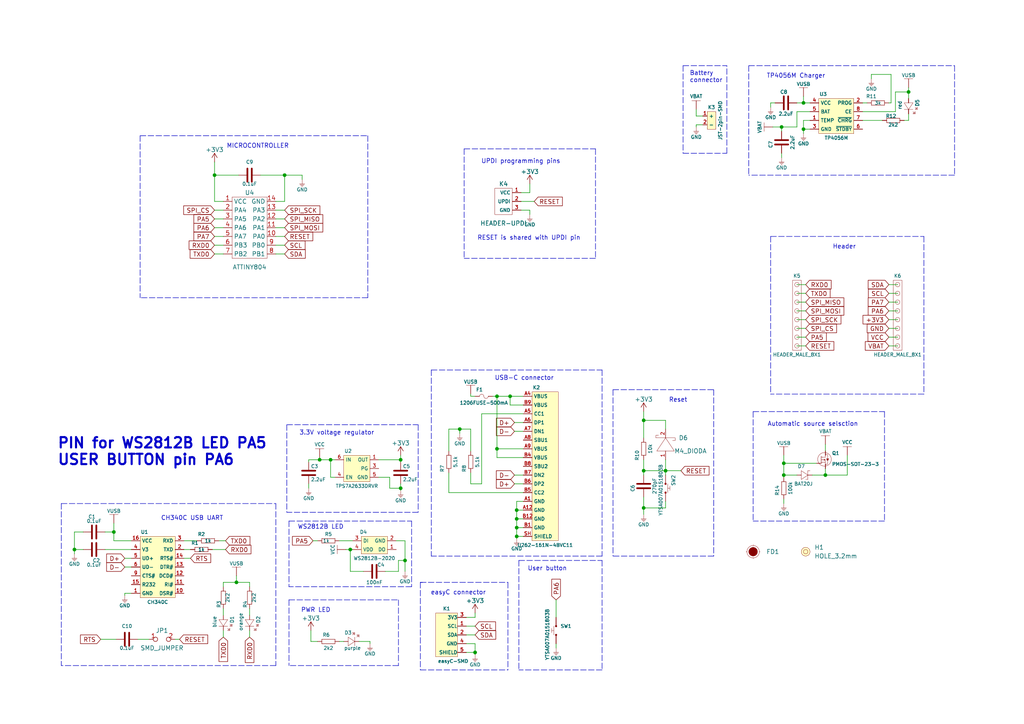
<source format=kicad_sch>
(kicad_sch (version 20210621) (generator eeschema)
  (paper "A4")
  (lib_symbols
    (symbol "e-radionica.com schematics:0402LED" (pin_numbers hide) (pin_names (offset 0.254) hide)
      (property "Reference" "D" (at -0.635 2.54 0))
      (property "Value" "0402LED" (at 0 -2.54 0))
      (symbol "0402LED_1_1"
        (pin passive line (at -1.905 0 0) (length 1.27) (name "A") (number "1"))
        (pin passive line (at 2.54 0 180) (length 1.27) (name "K") (number "2"))
      )
    )
    (symbol "e-radionica.com schematics:0402LED_1" (pin_numbers hide) (pin_names (offset 0.254) hide)
      (property "Reference" "D" (at -0.635 2.54 0))
      (property "Value" "0402LED" (at 0 -2.54 0))
      (symbol "0402LED_1_1_1"
        (pin passive line (at -1.905 0 0) (length 1.27) (name "A") (number "1"))
        (pin passive line (at 2.54 0 180) (length 1.27) (name "K") (number "2"))
      )
    )
    (symbol "e-radionica.com schematics:0402LED_3" (pin_numbers hide) (pin_names (offset 0.254) hide)
      (property "Reference" "D" (at -0.635 2.54 0))
      (property "Value" "0402LED" (at 0 -2.54 0))
      (symbol "0402LED_3_1_1"
        (pin passive line (at -1.905 0 0) (length 1.27) (name "A") (number "1"))
        (pin passive line (at 2.54 0 180) (length 1.27) (name "K") (number "2"))
      )
    )
    (symbol "e-radionica.com schematics:0402R" (pin_numbers hide) (pin_names (offset 0.254))
      (property "Reference" "R" (at -1.905 1.27 0))
      (property "Value" "0402R" (at 0 -1.27 0))
      (symbol "0402R_1_1"
        (pin passive line (at -3.175 0 0) (length 1.27) (name "~") (number "1"))
        (pin passive line (at 3.175 0 180) (length 1.27) (name "~") (number "2"))
      )
    )
    (symbol "e-radionica.com schematics:0402R_1" (pin_numbers hide) (pin_names (offset 0.254))
      (property "Reference" "R" (at -1.905 1.27 0))
      (property "Value" "0402R" (at 0 -1.27 0))
      (symbol "0402R_1_1_1"
        (pin passive line (at -3.175 0 0) (length 1.27) (name "~") (number "1"))
        (pin passive line (at 3.175 0 180) (length 1.27) (name "~") (number "2"))
      )
    )
    (symbol "e-radionica.com schematics:0402R_2" (pin_numbers hide) (pin_names (offset 0.254))
      (property "Reference" "R" (at -1.905 1.27 0))
      (property "Value" "0402R" (at 0 -1.27 0))
      (symbol "0402R_2_1_1"
        (pin passive line (at -3.175 0 0) (length 1.27) (name "~") (number "1"))
        (pin passive line (at 3.175 0 180) (length 1.27) (name "~") (number "2"))
      )
    )
    (symbol "e-radionica.com schematics:0603C" (pin_numbers hide) (pin_names (offset 0.002))
      (property "Reference" "C" (at -0.635 3.175 0))
      (property "Value" "0603C" (at 0 -3.175 0))
      (symbol "0603C_1_1"
        (pin passive line (at -3.175 0 0) (length 2.54) (name "~") (number "1"))
        (pin passive line (at 3.175 0 180) (length 2.54) (name "~") (number "2"))
      )
    )
    (symbol "e-radionica.com schematics:0603C_3" (pin_numbers hide) (pin_names (offset 0.002))
      (property "Reference" "C" (at -0.635 3.175 0))
      (property "Value" "0603C" (at 0 -3.175 0))
      (symbol "0603C_3_1_1"
        (pin passive line (at -3.175 0 0) (length 2.54) (name "~") (number "1"))
        (pin passive line (at 3.175 0 180) (length 2.54) (name "~") (number "2"))
      )
    )
    (symbol "e-radionica.com schematics:0603C_4" (pin_numbers hide) (pin_names (offset 0.002))
      (property "Reference" "C" (at -0.635 3.175 0))
      (property "Value" "0603C" (at 0 -3.175 0))
      (symbol "0603C_4_1_1"
        (pin passive line (at -3.175 0 0) (length 2.54) (name "~") (number "1"))
        (pin passive line (at 3.175 0 180) (length 2.54) (name "~") (number "2"))
      )
    )
    (symbol "e-radionica.com schematics:0603C_5" (pin_numbers hide) (pin_names (offset 0.002))
      (property "Reference" "C" (at -0.635 3.175 0))
      (property "Value" "0603C" (at 0 -3.175 0))
      (symbol "0603C_5_1_1"
        (pin passive line (at -3.175 0 0) (length 2.54) (name "~") (number "1"))
        (pin passive line (at 3.175 0 180) (length 2.54) (name "~") (number "2"))
      )
    )
    (symbol "e-radionica.com schematics:0603R" (pin_numbers hide) (pin_names (offset 0.254))
      (property "Reference" "R" (at -1.905 1.905 0))
      (property "Value" "0603R" (at 0 -1.905 0))
      (symbol "0603R_1_1"
        (pin passive line (at -3.175 0 0) (length 1.27) (name "~") (number "1"))
        (pin passive line (at 3.175 0 180) (length 1.27) (name "~") (number "2"))
      )
    )
    (symbol "e-radionica.com schematics:0603R_1" (pin_numbers hide) (pin_names (offset 0.254))
      (property "Reference" "R" (at -1.905 1.905 0))
      (property "Value" "0603R" (at 0 -1.905 0))
      (symbol "0603R_1_1_1"
        (pin passive line (at -3.175 0 0) (length 1.27) (name "~") (number "1"))
        (pin passive line (at 3.175 0 180) (length 1.27) (name "~") (number "2"))
      )
    )
    (symbol "e-radionica.com schematics:0603R_2" (pin_numbers hide) (pin_names (offset 0.254))
      (property "Reference" "R" (at -1.905 1.905 0))
      (property "Value" "0603R" (at 0 -1.905 0))
      (symbol "0603R_2_1_1"
        (pin passive line (at -3.175 0 0) (length 1.27) (name "~") (number "1"))
        (pin passive line (at 3.175 0 180) (length 1.27) (name "~") (number "2"))
      )
    )
    (symbol "e-radionica.com schematics:0603R_3" (pin_numbers hide) (pin_names (offset 0.254))
      (property "Reference" "R" (at -1.905 1.905 0))
      (property "Value" "0603R" (at 0 -1.905 0))
      (symbol "0603R_3_1_1"
        (pin passive line (at -3.175 0 0) (length 1.27) (name "~") (number "1"))
        (pin passive line (at 3.175 0 180) (length 1.27) (name "~") (number "2"))
      )
    )
    (symbol "e-radionica.com schematics:0603R_4" (pin_numbers hide) (pin_names (offset 0.254))
      (property "Reference" "R" (at -1.905 1.905 0))
      (property "Value" "0603R" (at 0 -1.905 0))
      (symbol "0603R_4_1_1"
        (pin passive line (at -3.175 0 0) (length 1.27) (name "~") (number "1"))
        (pin passive line (at 3.175 0 180) (length 1.27) (name "~") (number "2"))
      )
    )
    (symbol "e-radionica.com schematics:0603R_5" (pin_numbers hide) (pin_names (offset 0.254))
      (property "Reference" "R" (at -1.905 1.905 0))
      (property "Value" "0603R" (at 0 -1.905 0))
      (symbol "0603R_5_1_1"
        (pin passive line (at -3.175 0 0) (length 1.27) (name "~") (number "1"))
        (pin passive line (at 3.175 0 180) (length 1.27) (name "~") (number "2"))
      )
    )
    (symbol "e-radionica.com schematics:1206FUSE" (pin_numbers hide) (pin_names hide)
      (property "Reference" "F" (at -1.27 1.905 0))
      (property "Value" "1206FUSE" (at 0 -1.905 0))
      (symbol "1206FUSE_1_1"
        (pin passive line (at -2.54 0 0) (length 1.27) (name "~") (number "1"))
        (pin passive line (at 2.54 0 180) (length 1.27) (name "~") (number "2"))
      )
    )
    (symbol "e-radionica.com schematics:ATTINY1604-SSNR"
      (property "Reference" "U" (at 0 10.16 0))
      (property "Value" "ATTINY1604-SSNR" (at 0 -10.16 0))
      (symbol "ATTINY1604-SSNR_1_1"
        (pin passive line (at -7.62 7.62 0) (length 2.54) (name "VCC") (number "1"))
        (pin passive line (at 7.62 -2.54 180) (length 2.54) (name "PA0") (number "10"))
        (pin passive line (at 7.62 0 180) (length 2.54) (name "PA1") (number "11"))
        (pin passive line (at 7.62 2.54 180) (length 2.54) (name "PA2") (number "12"))
        (pin passive line (at 7.62 5.08 180) (length 2.54) (name "PA3") (number "13"))
        (pin passive line (at 7.62 7.62 180) (length 2.54) (name "GND") (number "14"))
        (pin passive line (at -7.62 5.08 0) (length 2.54) (name "PA4") (number "2"))
        (pin passive line (at -7.62 2.54 0) (length 2.54) (name "PA5") (number "3"))
        (pin passive line (at -7.62 0 0) (length 2.54) (name "PA6") (number "4"))
        (pin passive line (at -7.62 -2.54 0) (length 2.54) (name "PA7") (number "5"))
        (pin passive line (at -7.62 -5.08 0) (length 2.54) (name "PB3") (number "6"))
        (pin passive line (at -7.62 -7.62 0) (length 2.54) (name "PB2") (number "7"))
        (pin passive line (at 7.62 -7.62 180) (length 2.54) (name "PB1") (number "8"))
        (pin passive line (at 7.62 -5.08 180) (length 2.54) (name "PB0") (number "9"))
      )
    )
    (symbol "e-radionica.com schematics:BAT20J" (pin_numbers hide) (pin_names hide)
      (property "Reference" "D" (at 0 2.54 0))
      (property "Value" "BAT20J" (at 0 -2.54 0))
      (symbol "BAT20J_1_1"
        (pin passive line (at -1.905 0 0) (length 1.27) (name "A") (number "1"))
        (pin passive line (at 2.54 0 180) (length 1.27) (name "K") (number "2"))
      )
    )
    (symbol "e-radionica.com schematics:CH340C"
      (property "Reference" "U" (at -3.81 10.16 0))
      (property "Value" "CH340C" (at 0 -10.16 0))
      (symbol "CH340C_1_1"
        (pin passive line (at -7.62 -7.62 0) (length 2.54) (name "GND") (number "1"))
        (pin passive line (at 7.62 -7.62 180) (length 2.54) (name "DSR#") (number "10"))
        (pin passive line (at 7.62 -5.08 180) (length 2.54) (name "RI#") (number "11"))
        (pin passive line (at 7.62 -2.54 180) (length 2.54) (name "DCD#") (number "12"))
        (pin passive line (at 7.62 0 180) (length 2.54) (name "DTR#") (number "13"))
        (pin passive line (at 7.62 2.54 180) (length 2.54) (name "RTS#") (number "14"))
        (pin passive line (at -7.62 -5.08 0) (length 2.54) (name "R232") (number "15"))
        (pin passive line (at -7.62 7.62 0) (length 2.54) (name "VCC") (number "16"))
        (pin passive line (at 7.62 5.08 180) (length 2.54) (name "TXD") (number "2"))
        (pin passive line (at 7.62 7.62 180) (length 2.54) (name "RXD") (number "3"))
        (pin passive line (at -7.62 5.08 0) (length 2.54) (name "V3") (number "4"))
        (pin passive line (at -7.62 2.54 0) (length 2.54) (name "UD+") (number "5"))
        (pin passive line (at -7.62 0 0) (length 2.54) (name "UD-") (number "6"))
        (pin passive line (at -7.62 -2.54 0) (length 2.54) (name "CTS#") (number "9"))
      )
    )
    (symbol "e-radionica.com schematics:Fiducial_Stencil" (pin_numbers hide) (pin_names hide)
      (property "Reference" "FD?" (at 0 3.048 0))
    )
    (symbol "e-radionica.com schematics:GND" (power) (pin_names (offset 0))
      (property "Value" "GND" (at 0 -2.921 0))
      (symbol "GND_1_1"
        (pin power_in line (at 0 0 270) (length 0) hide (name "GND") (number "1"))
      )
    )
    (symbol "e-radionica.com schematics:GND_1" (power) (pin_names (offset 0))
      (property "Value" "GND" (at 0 -2.921 0))
      (symbol "GND_1_1_1"
        (pin power_in line (at 0 0 270) (length 0) hide (name "GND") (number "1"))
      )
    )
    (symbol "e-radionica.com schematics:GND_2" (power) (pin_names (offset 0))
      (property "Value" "GND" (at 0 -2.921 0))
      (symbol "GND_2_1_1"
        (pin power_in line (at 0 0 270) (length 0) hide (name "GND") (number "1"))
      )
    )
    (symbol "e-radionica.com schematics:GND_3" (power) (pin_names (offset 0))
      (property "Value" "GND" (at 0 -2.921 0))
      (symbol "GND_3_1_1"
        (pin power_in line (at 0 0 270) (length 0) hide (name "GND") (number "1"))
      )
    )
    (symbol "e-radionica.com schematics:GND_4" (power) (pin_names (offset 0))
      (property "Value" "GND" (at 0 -2.921 0))
      (symbol "GND_4_1_1"
        (pin power_in line (at 0 0 270) (length 0) hide (name "GND") (number "1"))
      )
    )
    (symbol "e-radionica.com schematics:GND_5" (power) (pin_names (offset 0))
      (property "Value" "GND" (at 0 -2.921 0))
      (symbol "GND_5_1_1"
        (pin power_in line (at 0 0 270) (length 0) hide (name "GND") (number "1"))
      )
    )
    (symbol "e-radionica.com schematics:GND_7" (power) (pin_names (offset 0))
      (property "Value" "GND" (at 0 -2.921 0))
      (symbol "GND_7_1_1"
        (pin power_in line (at 0 0 270) (length 0) hide (name "GND") (number "1"))
      )
    )
    (symbol "e-radionica.com schematics:GND_8" (power) (pin_names (offset 0))
      (property "Value" "GND" (at 0 -2.921 0))
      (symbol "GND_8_1_1"
        (pin power_in line (at 0 0 270) (length 0) hide (name "GND") (number "1"))
      )
    )
    (symbol "e-radionica.com schematics:HEADER-UPDI"
      (property "Reference" "K" (at -1.27 5.08 0))
      (property "Value" "HEADER-UPDI" (at 0 -5.08 0))
      (symbol "HEADER-UPDI_1_1"
        (pin power_in line (at 5.08 2.54 180) (length 2.54) (name "VCC") (number "1"))
        (pin bidirectional line (at 5.08 0 180) (length 2.54) (name "UPDI") (number "2"))
        (pin power_in line (at 5.08 -2.54 180) (length 2.54) (name "GND") (number "3"))
      )
    )
    (symbol "e-radionica.com schematics:HEADER_MALE_8X1" (pin_numbers hide) (pin_names hide)
      (property "Reference" "K" (at -0.635 12.7 0))
      (property "Value" "HEADER_MALE_8X1" (at 0.635 -10.16 0))
      (symbol "HEADER_MALE_8X1_1_1"
        (pin passive line (at 0 -7.62 180) (length 0) (name "~") (number "1"))
        (pin passive line (at 0 -5.08 180) (length 0) (name "~") (number "2"))
        (pin passive line (at 0 -2.54 180) (length 0) (name "~") (number "3"))
        (pin passive line (at 0 0 180) (length 0) (name "~") (number "4"))
        (pin passive line (at 0 2.54 180) (length 0) (name "~") (number "5"))
        (pin passive line (at 0 5.08 180) (length 0) (name "~") (number "6"))
        (pin passive line (at 0 7.62 180) (length 0) (name "~") (number "7"))
        (pin passive line (at 0 10.16 180) (length 0) (name "~") (number "8"))
      )
    )
    (symbol "e-radionica.com schematics:HOLE_3.2mm" (pin_numbers hide) (pin_names hide)
      (property "Reference" "H" (at 0 2.54 0))
      (property "Value" "HOLE_3.2mm" (at 0 -2.54 0))
    )
    (symbol "e-radionica.com schematics:JST-2pin-SMD"
      (property "Reference" "K" (at -1.27 5.08 0))
      (property "Value" "JST-2pin-SMD" (at 0 -2.54 0))
      (symbol "JST-2pin-SMD_1_1"
        (pin passive line (at 1.27 0 180) (length 1.27) (name "+") (number "1"))
        (pin passive line (at 1.27 2.54 180) (length 1.27) (name "-") (number "2"))
      )
    )
    (symbol "e-radionica.com schematics:M4_DIODA" (pin_names hide)
      (property "Reference" "D" (at 0 3.81 0))
      (property "Value" "M4_DIODA" (at 0 -4.572 0))
      (symbol "M4_DIODA_1_1"
        (pin passive line (at -5.08 0 0) (length 2.54) (name "A") (number "1"))
        (pin passive line (at 3.81 0 180) (length 2.54) (name "K") (number "2"))
      )
    )
    (symbol "e-radionica.com schematics:PMOS-SOT-23-3" (pin_numbers hide) (pin_names hide)
      (property "Reference" "Q" (at -0.762 3.302 0))
      (property "Value" "PMOS-SOT-23-3" (at 0.381 -4.064 0))
      (symbol "PMOS-SOT-23-3_1_1"
        (pin passive line (at -1.27 -1.016 0) (length 1.27) (name "G") (number "1"))
        (pin passive line (at 1.27 -2.54 90) (length 1.27) (name "S") (number "2"))
        (pin passive line (at 1.27 2.54 270) (length 1.27) (name "D") (number "3"))
      )
    )
    (symbol "e-radionica.com schematics:SMD_JUMPER"
      (property "Reference" "JP" (at 0 1.397 0))
      (property "Value" "SMD_JUMPER" (at 0.508 -3.048 0))
      (symbol "SMD_JUMPER_1_1"
        (pin passive inverted (at -3.81 0 0) (length 2.54) (name "") (number "1"))
        (pin passive inverted (at 3.81 0 180) (length 2.54) (name "") (number "2"))
      )
    )
    (symbol "e-radionica.com schematics:TP4056M"
      (property "Reference" "U" (at -3.81 5.08 0))
      (property "Value" "TP4056M" (at 0 -7.62 0))
      (symbol "TP4056M_1_1"
        (pin passive line (at -7.62 -2.54 0) (length 2.54) (name "TEMP") (number "1"))
        (pin passive line (at 7.62 2.54 180) (length 2.54) (name "PROG") (number "2"))
        (pin passive line (at -7.62 -5.08 0) (length 2.54) (name "GND") (number "3"))
        (pin passive line (at -7.62 2.54 0) (length 2.54) (name "VCC") (number "4"))
        (pin passive line (at -7.62 0 0) (length 2.54) (name "BAT") (number "5"))
        (pin passive line (at 7.62 -5.08 180) (length 2.54) (name "~{STDBY}") (number "6"))
        (pin passive line (at 7.62 -2.54 180) (length 2.54) (name "~{CHRG}") (number "7"))
        (pin passive line (at 7.62 0 180) (length 2.54) (name "CE") (number "8"))
      )
    )
    (symbol "e-radionica.com schematics:TPS7A2633DRVR"
      (property "Reference" "U" (at -3.175 5.08 0))
      (property "Value" "TPS7A2633DRVR" (at 0 -5.08 0))
      (symbol "TPS7A2633DRVR_1_1"
        (pin passive line (at 6.35 2.54 180) (length 2.54) (name "OUT") (number "1"))
        (pin passive line (at 6.35 0 180) (length 2.54) (name "PG") (number "3"))
        (pin passive line (at -6.35 -2.54 0) (length 2.54) (name "EN") (number "4"))
        (pin passive line (at 6.35 -2.54 180) (length 2.54) (name "GND") (number "5"))
        (pin passive line (at -6.35 2.54 0) (length 2.54) (name "IN") (number "6"))
      )
    )
    (symbol "e-radionica.com schematics:U262-161N-4BVC11"
      (property "Reference" "K" (at 0 22.86 0))
      (property "Value" "U262-161N-4BVC11" (at 2.54 -22.86 0))
      (symbol "U262-161N-4BVC11_1_1"
        (pin passive line (at -3.81 -10.16 0) (length 2.54) (name "GND") (number "A1"))
        (pin passive line (at -3.81 -12.7 0) (length 2.54) (name "GND") (number "A12"))
        (pin passive line (at -3.81 20.32 0) (length 2.54) (name "VBUS") (number "A4"))
        (pin passive line (at -3.81 15.24 0) (length 2.54) (name "CC1") (number "A5"))
        (pin passive line (at -3.81 12.7 0) (length 2.54) (name "DP1") (number "A6"))
        (pin passive line (at -3.81 10.16 0) (length 2.54) (name "DN1") (number "A7"))
        (pin passive line (at -3.81 7.62 0) (length 2.54) (name "SBU1") (number "A8"))
        (pin passive line (at -3.81 5.08 0) (length 2.54) (name "VBUS") (number "A9"))
        (pin passive line (at -3.81 -17.78 0) (length 2.54) (name "GND") (number "B1"))
        (pin passive line (at -3.81 -15.24 0) (length 2.54) (name "GND") (number "B12"))
        (pin passive line (at -3.81 2.54 0) (length 2.54) (name "VBUS") (number "B4"))
        (pin passive line (at -3.81 -7.62 0) (length 2.54) (name "CC2") (number "B5"))
        (pin passive line (at -3.81 -5.08 0) (length 2.54) (name "DP2") (number "B6"))
        (pin passive line (at -3.81 -2.54 0) (length 2.54) (name "DN2") (number "B7"))
        (pin passive line (at -3.81 0 0) (length 2.54) (name "SBU2") (number "B8"))
        (pin passive line (at -3.81 17.78 0) (length 2.54) (name "VBUS") (number "B9"))
        (pin passive line (at -3.81 -20.32 0) (length 2.54) (name "SHIELD") (number "SH"))
      )
    )
    (symbol "e-radionica.com schematics:VBAT" (power) (pin_names (offset 0))
      (property "Value" "VBAT" (at 0 3.556 0))
      (symbol "VBAT_1_1"
        (pin power_in line (at 0 0 90) (length 0) hide (name "VBAT") (number "1"))
      )
    )
    (symbol "e-radionica.com schematics:VCC" (power) (pin_names (offset 0))
      (property "Value" "VCC" (at 0 3.556 0))
      (symbol "VCC_1_1"
        (pin power_in line (at 0 0 90) (length 0) hide (name "VCC") (number "1"))
      )
    )
    (symbol "e-radionica.com schematics:VUSB" (power) (pin_names (offset 0))
      (property "Value" "VUSB" (at 0 3.556 0))
      (symbol "VUSB_1_1"
        (pin power_in line (at 0 0 90) (length 0) hide (name "VUSB") (number "1"))
      )
    )
    (symbol "e-radionica.com schematics:VUSB_1" (power) (pin_names (offset 0))
      (property "Value" "VUSB" (at 0 3.556 0))
      (symbol "VUSB_1_1_1"
        (pin power_in line (at 0 0 90) (length 0) hide (name "VUSB") (number "1"))
      )
    )
    (symbol "e-radionica.com schematics:VUSB_2" (power) (pin_names (offset 0))
      (property "Value" "VUSB" (at 0 3.556 0))
      (symbol "VUSB_2_1_1"
        (pin power_in line (at 0 0 90) (length 0) hide (name "VUSB") (number "1"))
      )
    )
    (symbol "e-radionica.com schematics:VUSB_3" (power) (pin_names (offset 0))
      (property "Value" "VUSB" (at 0 3.556 0))
      (symbol "VUSB_3_1_1"
        (pin power_in line (at 0 0 90) (length 0) hide (name "VUSB") (number "1"))
      )
    )
    (symbol "e-radionica.com schematics:VUSB_4" (power) (pin_names (offset 0))
      (property "Value" "VUSB" (at 0 3.556 0))
      (symbol "VUSB_4_1_1"
        (pin power_in line (at 0 0 90) (length 0) hide (name "VUSB") (number "1"))
      )
    )
    (symbol "e-radionica.com schematics:WS2812B-2020"
      (property "Reference" "D" (at -2.54 3.81 0))
      (property "Value" "WS2812B-2020" (at 0 -3.81 0))
      (symbol "WS2812B-2020_1_1"
        (pin passive line (at 6.35 -1.27 180) (length 2.54) (name "DO") (number "1"))
        (pin passive line (at 6.35 1.27 180) (length 2.54) (name "GND") (number "2"))
        (pin passive line (at -6.35 1.27 0) (length 2.54) (name "DI") (number "3"))
        (pin passive line (at -6.35 -1.27 0) (length 2.54) (name "VDD") (number "4"))
      )
    )
    (symbol "e-radionica.com schematics:YTSA007A0151803B" (pin_numbers hide) (pin_names hide)
      (property "Reference" "SW" (at -1.016 2.286 0))
      (property "Value" "YTSA007A0151803B" (at 1.778 -2.032 0))
      (symbol "YTSA007A0151803B_1_1"
        (pin passive line (at -2.54 0 0) (length 2.54) (name "~") (number "1"))
        (pin passive line (at 5.08 0 180) (length 2.54) (name "~") (number "2"))
      )
    )
    (symbol "e-radionica.com schematics:easyC-SMD" (pin_names (offset 0.002))
      (property "Reference" "K" (at -2.54 10.16 0))
      (property "Value" "easyC-SMD" (at 0 -5.08 0))
      (symbol "easyC-SMD_1_1"
        (pin passive line (at 5.715 5.08 180) (length 2.54) (name "SCL") (number "1"))
        (pin passive line (at 5.715 2.54 180) (length 2.54) (name "SDA") (number "2"))
        (pin passive line (at 5.715 7.62 180) (length 2.54) (name "3V3") (number "3"))
        (pin passive line (at 5.715 0 180) (length 2.54) (name "GND") (number "4"))
        (pin passive line (at 5.715 -2.54 180) (length 2.54) (name "SHIELD") (number "5"))
      )
    )
    (symbol "power:+3V3" (power) (pin_names (offset 0))
      (property "Value" "+3V3" (at 0 3.556 0))
      (symbol "+3V3_1_1"
        (pin power_in line (at 0 0 90) (length 0) hide (name "+3V3") (number "1"))
      )
    )
  )
  (junction (at 21.59 159.385) (diameter 0.9144))
  (junction (at 33.02 154.305) (diameter 0.9144))
  (junction (at 62.23 50.8) (diameter 0.9144))
  (junction (at 68.58 168.91) (diameter 0.9144))
  (junction (at 82.55 50.8) (diameter 0.9144))
  (junction (at 92.71 133.35) (diameter 0.9144))
  (junction (at 95.885 133.35) (diameter 0.9144))
  (junction (at 101.6 159.385) (diameter 0.9144))
  (junction (at 116.205 133.35) (diameter 0.9144))
  (junction (at 116.205 141.605) (diameter 0.9144))
  (junction (at 117.475 162.56) (diameter 0.9144))
  (junction (at 133.35 124.46) (diameter 0.9144))
  (junction (at 137.795 189.23) (diameter 0.9144))
  (junction (at 144.145 114.935) (diameter 0.9144))
  (junction (at 144.145 130.175) (diameter 0.9144))
  (junction (at 147.955 114.935) (diameter 0.9144))
  (junction (at 149.86 147.955) (diameter 0.9144))
  (junction (at 149.86 150.495) (diameter 0.9144))
  (junction (at 149.86 153.035) (diameter 0.9144))
  (junction (at 149.86 155.575) (diameter 0.9144))
  (junction (at 186.69 121.92) (diameter 0.9144))
  (junction (at 186.69 136.525) (diameter 0.9144))
  (junction (at 186.69 147.32) (diameter 0.9144))
  (junction (at 193.04 136.525) (diameter 0.9144))
  (junction (at 226.695 36.83) (diameter 0.9144))
  (junction (at 227.33 134.366) (diameter 0.9144))
  (junction (at 227.33 137.795) (diameter 0.9144))
  (junction (at 233.045 29.845) (diameter 0.9144))
  (junction (at 233.045 37.465) (diameter 0.9144))
  (junction (at 239.395 137.795) (diameter 0.9144))
  (junction (at 263.525 26.67) (diameter 0.9144))
  (wire (pts (xy 21.59 154.305) (xy 21.59 159.385)))
  (wire (pts (xy 21.59 159.385) (xy 21.59 160.655)))
  (wire (pts (xy 24.13 154.305) (xy 21.59 154.305)))
  (wire (pts (xy 24.13 159.385) (xy 21.59 159.385)))
  (wire (pts (xy 29.21 185.42) (xy 33.655 185.42)))
  (wire (pts (xy 30.48 154.305) (xy 33.02 154.305)))
  (wire (pts (xy 30.48 159.385) (xy 38.1 159.385)))
  (wire (pts (xy 33.02 154.305) (xy 33.02 151.765)))
  (wire (pts (xy 33.02 156.845) (xy 33.02 154.305)))
  (wire (pts (xy 36.195 161.925) (xy 38.1 161.925)))
  (wire (pts (xy 36.195 164.465) (xy 38.1 164.465)))
  (wire (pts (xy 36.195 172.085) (xy 36.195 172.72)))
  (wire (pts (xy 38.1 156.845) (xy 33.02 156.845)))
  (wire (pts (xy 38.1 172.085) (xy 36.195 172.085)))
  (wire (pts (xy 40.005 185.42) (xy 43.18 185.42)))
  (wire (pts (xy 50.8 185.42) (xy 52.07 185.42)))
  (wire (pts (xy 53.34 156.845) (xy 57.15 156.845)))
  (wire (pts (xy 53.34 159.385) (xy 55.245 159.385)))
  (wire (pts (xy 53.34 161.925) (xy 55.245 161.925)))
  (wire (pts (xy 61.595 159.385) (xy 65.405 159.385)))
  (wire (pts (xy 62.23 46.99) (xy 62.23 50.8)))
  (wire (pts (xy 62.23 50.8) (xy 62.23 58.42)))
  (wire (pts (xy 62.23 50.8) (xy 69.215 50.8)))
  (wire (pts (xy 62.23 58.42) (xy 64.77 58.42)))
  (wire (pts (xy 62.23 60.96) (xy 64.77 60.96)))
  (wire (pts (xy 62.23 63.5) (xy 64.77 63.5)))
  (wire (pts (xy 62.23 66.04) (xy 64.77 66.04)))
  (wire (pts (xy 62.23 68.58) (xy 64.77 68.58)))
  (wire (pts (xy 62.23 71.12) (xy 64.77 71.12)))
  (wire (pts (xy 62.23 73.66) (xy 64.77 73.66)))
  (wire (pts (xy 63.5 156.845) (xy 65.405 156.845)))
  (wire (pts (xy 64.77 168.91) (xy 68.58 168.91)))
  (wire (pts (xy 64.77 170.18) (xy 64.77 168.91)))
  (wire (pts (xy 64.77 176.53) (xy 64.77 178.435)))
  (wire (pts (xy 64.77 182.88) (xy 64.77 184.785)))
  (wire (pts (xy 68.58 167.005) (xy 68.58 168.91)))
  (wire (pts (xy 72.39 168.91) (xy 68.58 168.91)))
  (wire (pts (xy 72.39 170.18) (xy 72.39 168.91)))
  (wire (pts (xy 72.39 176.53) (xy 72.39 178.435)))
  (wire (pts (xy 72.39 182.88) (xy 72.39 184.785)))
  (wire (pts (xy 75.565 50.8) (xy 82.55 50.8)))
  (wire (pts (xy 80.01 60.96) (xy 82.55 60.96)))
  (wire (pts (xy 80.01 63.5) (xy 82.55 63.5)))
  (wire (pts (xy 80.01 66.04) (xy 82.55 66.04)))
  (wire (pts (xy 80.01 68.58) (xy 82.55 68.58)))
  (wire (pts (xy 80.01 71.12) (xy 82.55 71.12)))
  (wire (pts (xy 80.01 73.66) (xy 82.55 73.66)))
  (wire (pts (xy 82.55 50.8) (xy 87.63 50.8)))
  (wire (pts (xy 82.55 58.42) (xy 80.01 58.42)))
  (wire (pts (xy 82.55 58.42) (xy 82.55 50.8)))
  (wire (pts (xy 87.63 50.8) (xy 87.63 52.07)))
  (wire (pts (xy 89.535 133.35) (xy 92.71 133.35)))
  (wire (pts (xy 89.535 133.985) (xy 89.535 133.35)))
  (wire (pts (xy 89.535 140.335) (xy 89.535 141.605)))
  (wire (pts (xy 90.17 186.055) (xy 90.17 182.88)))
  (wire (pts (xy 90.805 156.845) (xy 92.075 156.845)))
  (wire (pts (xy 92.075 186.055) (xy 90.17 186.055)))
  (wire (pts (xy 92.71 133.35) (xy 92.71 132.715)))
  (wire (pts (xy 95.885 133.35) (xy 92.71 133.35)))
  (wire (pts (xy 95.885 138.43) (xy 95.885 133.35)))
  (wire (pts (xy 97.155 133.35) (xy 95.885 133.35)))
  (wire (pts (xy 97.155 138.43) (xy 95.885 138.43)))
  (wire (pts (xy 98.425 156.845) (xy 102.235 156.845)))
  (wire (pts (xy 98.425 186.055) (xy 99.695 186.055)))
  (wire (pts (xy 100.33 159.385) (xy 101.6 159.385)))
  (wire (pts (xy 101.6 159.385) (xy 102.235 159.385)))
  (wire (pts (xy 101.6 165.735) (xy 101.6 159.385)))
  (wire (pts (xy 104.14 186.055) (xy 107.315 186.055)))
  (wire (pts (xy 105.41 165.735) (xy 101.6 165.735)))
  (wire (pts (xy 107.315 186.055) (xy 107.315 186.69)))
  (wire (pts (xy 109.855 133.35) (xy 116.205 133.35)))
  (wire (pts (xy 109.855 138.43) (xy 113.03 138.43)))
  (wire (pts (xy 111.76 165.735) (xy 115.57 165.735)))
  (wire (pts (xy 113.03 138.43) (xy 113.03 141.605)))
  (wire (pts (xy 113.03 141.605) (xy 116.205 141.605)))
  (wire (pts (xy 114.935 156.845) (xy 117.475 156.845)))
  (wire (pts (xy 115.57 162.56) (xy 117.475 162.56)))
  (wire (pts (xy 115.57 165.735) (xy 115.57 162.56)))
  (wire (pts (xy 116.205 132.08) (xy 116.205 133.35)))
  (wire (pts (xy 116.205 133.35) (xy 116.205 133.985)))
  (wire (pts (xy 116.205 140.335) (xy 116.205 141.605)))
  (wire (pts (xy 116.205 141.605) (xy 116.205 142.24)))
  (wire (pts (xy 117.475 156.845) (xy 117.475 162.56)))
  (wire (pts (xy 117.475 162.56) (xy 117.475 165.735)))
  (wire (pts (xy 130.175 124.46) (xy 130.175 130.81)))
  (wire (pts (xy 130.175 124.46) (xy 133.35 124.46)))
  (wire (pts (xy 130.175 137.16) (xy 130.175 142.875)))
  (wire (pts (xy 133.35 124.46) (xy 133.35 125.73)))
  (wire (pts (xy 133.35 124.46) (xy 136.525 124.46)))
  (wire (pts (xy 135.255 179.07) (xy 137.795 179.07)))
  (wire (pts (xy 135.255 181.61) (xy 137.795 181.61)))
  (wire (pts (xy 135.255 184.15) (xy 137.795 184.15)))
  (wire (pts (xy 135.255 186.69) (xy 137.795 186.69)))
  (wire (pts (xy 135.255 189.23) (xy 137.795 189.23)))
  (wire (pts (xy 136.525 114.935) (xy 136.525 114.3)))
  (wire (pts (xy 136.525 124.46) (xy 136.525 130.81)))
  (wire (pts (xy 136.525 137.16) (xy 136.525 140.335)))
  (wire (pts (xy 136.525 140.335) (xy 139.7 140.335)))
  (wire (pts (xy 137.795 114.935) (xy 136.525 114.935)))
  (wire (pts (xy 137.795 179.07) (xy 137.795 177.8)))
  (wire (pts (xy 137.795 186.69) (xy 137.795 189.23)))
  (wire (pts (xy 137.795 189.23) (xy 137.795 189.865)))
  (wire (pts (xy 139.7 120.015) (xy 151.765 120.015)))
  (wire (pts (xy 139.7 140.335) (xy 139.7 120.015)))
  (wire (pts (xy 142.875 114.935) (xy 144.145 114.935)))
  (wire (pts (xy 144.145 114.935) (xy 147.955 114.935)))
  (wire (pts (xy 144.145 130.175) (xy 144.145 114.935)))
  (wire (pts (xy 144.145 130.175) (xy 144.145 132.715)))
  (wire (pts (xy 144.145 130.175) (xy 151.765 130.175)))
  (wire (pts (xy 147.955 114.935) (xy 151.765 114.935)))
  (wire (pts (xy 147.955 117.475) (xy 147.955 114.935)))
  (wire (pts (xy 149.225 122.555) (xy 151.765 122.555)))
  (wire (pts (xy 149.225 125.095) (xy 151.765 125.095)))
  (wire (pts (xy 149.225 137.795) (xy 151.765 137.795)))
  (wire (pts (xy 149.225 140.335) (xy 151.765 140.335)))
  (wire (pts (xy 149.86 145.415) (xy 149.86 147.955)))
  (wire (pts (xy 149.86 147.955) (xy 149.86 150.495)))
  (wire (pts (xy 149.86 147.955) (xy 151.765 147.955)))
  (wire (pts (xy 149.86 150.495) (xy 149.86 153.035)))
  (wire (pts (xy 149.86 150.495) (xy 151.765 150.495)))
  (wire (pts (xy 149.86 153.035) (xy 149.86 155.575)))
  (wire (pts (xy 149.86 153.035) (xy 151.765 153.035)))
  (wire (pts (xy 149.86 155.575) (xy 149.86 156.21)))
  (wire (pts (xy 151.13 55.88) (xy 153.67 55.88)))
  (wire (pts (xy 151.13 58.42) (xy 154.94 58.42)))
  (wire (pts (xy 151.13 60.96) (xy 153.67 60.96)))
  (wire (pts (xy 151.765 117.475) (xy 147.955 117.475)))
  (wire (pts (xy 151.765 132.715) (xy 144.145 132.715)))
  (wire (pts (xy 151.765 142.875) (xy 130.175 142.875)))
  (wire (pts (xy 151.765 145.415) (xy 149.86 145.415)))
  (wire (pts (xy 151.765 155.575) (xy 149.86 155.575)))
  (wire (pts (xy 153.67 55.88) (xy 153.67 53.34)))
  (wire (pts (xy 153.67 60.96) (xy 153.67 62.23)))
  (wire (pts (xy 161.29 173.99) (xy 161.29 179.07)))
  (wire (pts (xy 161.29 186.69) (xy 161.29 187.96)))
  (wire (pts (xy 186.69 119.38) (xy 186.69 121.92)))
  (wire (pts (xy 186.69 121.92) (xy 186.69 127)))
  (wire (pts (xy 186.69 133.35) (xy 186.69 136.525)))
  (wire (pts (xy 186.69 136.525) (xy 186.69 137.795)))
  (wire (pts (xy 186.69 136.525) (xy 193.04 136.525)))
  (wire (pts (xy 186.69 144.145) (xy 186.69 147.32)))
  (wire (pts (xy 186.69 147.32) (xy 186.69 149.225)))
  (wire (pts (xy 186.69 147.32) (xy 193.04 147.32)))
  (wire (pts (xy 193.04 121.92) (xy 186.69 121.92)))
  (wire (pts (xy 193.04 124.46) (xy 193.04 121.92)))
  (wire (pts (xy 193.04 133.35) (xy 193.04 136.525)))
  (wire (pts (xy 193.04 136.525) (xy 193.04 137.795)))
  (wire (pts (xy 193.04 136.525) (xy 197.485 136.525)))
  (wire (pts (xy 193.04 145.415) (xy 193.04 147.32)))
  (wire (pts (xy 201.93 33.655) (xy 201.93 31.75)))
  (wire (pts (xy 201.93 36.195) (xy 201.93 36.83)))
  (wire (pts (xy 203.835 33.655) (xy 201.93 33.655)))
  (wire (pts (xy 203.835 36.195) (xy 201.93 36.195)))
  (wire (pts (xy 223.52 29.845) (xy 223.52 31.115)))
  (wire (pts (xy 224.155 36.83) (xy 226.695 36.83)))
  (wire (pts (xy 224.79 29.845) (xy 223.52 29.845)))
  (wire (pts (xy 226.695 36.83) (xy 226.695 38.1)))
  (wire (pts (xy 226.695 36.83) (xy 231.14 36.83)))
  (wire (pts (xy 226.695 44.45) (xy 226.695 45.72)))
  (wire (pts (xy 227.33 132.08) (xy 227.33 134.366)))
  (wire (pts (xy 227.33 134.366) (xy 227.33 137.795)))
  (wire (pts (xy 227.33 134.366) (xy 236.855 134.366)))
  (wire (pts (xy 227.33 137.795) (xy 227.33 138.43)))
  (wire (pts (xy 227.33 137.795) (xy 231.14 137.795)))
  (wire (pts (xy 227.33 144.78) (xy 227.33 146.05)))
  (wire (pts (xy 231.14 29.845) (xy 233.045 29.845)))
  (wire (pts (xy 231.14 32.385) (xy 231.14 36.83)))
  (wire (pts (xy 231.14 82.55) (xy 233.68 82.55)))
  (wire (pts (xy 231.14 85.09) (xy 233.68 85.09)))
  (wire (pts (xy 231.14 87.63) (xy 233.68 87.63)))
  (wire (pts (xy 231.14 90.17) (xy 233.68 90.17)))
  (wire (pts (xy 231.14 92.71) (xy 233.68 92.71)))
  (wire (pts (xy 231.14 95.25) (xy 233.68 95.25)))
  (wire (pts (xy 231.14 97.79) (xy 233.68 97.79)))
  (wire (pts (xy 231.14 100.33) (xy 233.68 100.33)))
  (wire (pts (xy 233.045 29.845) (xy 233.045 27.94)))
  (wire (pts (xy 233.045 34.925) (xy 233.045 37.465)))
  (wire (pts (xy 233.045 37.465) (xy 233.045 38.735)))
  (wire (pts (xy 234.95 29.845) (xy 233.045 29.845)))
  (wire (pts (xy 234.95 32.385) (xy 231.14 32.385)))
  (wire (pts (xy 234.95 34.925) (xy 233.045 34.925)))
  (wire (pts (xy 234.95 37.465) (xy 233.045 37.465)))
  (wire (pts (xy 235.585 137.795) (xy 239.395 137.795)))
  (wire (pts (xy 239.395 128.905) (xy 239.395 130.81)))
  (wire (pts (xy 239.395 137.795) (xy 239.395 135.89)))
  (wire (pts (xy 239.395 137.795) (xy 245.745 137.795)))
  (wire (pts (xy 245.745 132.08) (xy 245.745 137.795)))
  (wire (pts (xy 250.19 29.845) (xy 251.46 29.845)))
  (wire (pts (xy 250.19 32.385) (xy 259.715 32.385)))
  (wire (pts (xy 250.19 34.925) (xy 255.905 34.925)))
  (wire (pts (xy 252.73 21.59) (xy 252.73 22.86)))
  (wire (pts (xy 257.81 29.845) (xy 258.445 29.845)))
  (wire (pts (xy 257.81 82.55) (xy 260.35 82.55)))
  (wire (pts (xy 257.81 85.09) (xy 260.35 85.09)))
  (wire (pts (xy 257.81 87.63) (xy 260.35 87.63)))
  (wire (pts (xy 257.81 90.17) (xy 260.35 90.17)))
  (wire (pts (xy 257.81 92.71) (xy 260.35 92.71)))
  (wire (pts (xy 257.81 95.25) (xy 260.35 95.25)))
  (wire (pts (xy 257.81 97.79) (xy 260.35 97.79)))
  (wire (pts (xy 257.81 100.33) (xy 260.35 100.33)))
  (wire (pts (xy 258.445 21.59) (xy 252.73 21.59)))
  (wire (pts (xy 258.445 29.845) (xy 258.445 21.59)))
  (wire (pts (xy 259.715 26.67) (xy 263.525 26.67)))
  (wire (pts (xy 259.715 32.385) (xy 259.715 26.67)))
  (wire (pts (xy 262.255 34.925) (xy 263.525 34.925)))
  (wire (pts (xy 263.525 25.4) (xy 263.525 26.67)))
  (wire (pts (xy 263.525 26.67) (xy 263.525 28.575)))
  (wire (pts (xy 263.525 34.925) (xy 263.525 33.02)))
  (polyline (pts (xy 17.78 146.05) (xy 17.78 193.04)) (stroke (width 0) (type dash)))
  (polyline (pts (xy 17.78 146.05) (xy 80.01 146.05)) (stroke (width 0) (type dash)))
  (polyline (pts (xy 40.64 39.37) (xy 40.64 86.36)) (stroke (width 0) (type dash)))
  (polyline (pts (xy 40.64 39.37) (xy 106.68 39.37)) (stroke (width 0) (type dash)))
  (polyline (pts (xy 80.01 146.05) (xy 80.01 193.04)) (stroke (width 0) (type dash)))
  (polyline (pts (xy 80.01 193.04) (xy 17.78 193.04)) (stroke (width 0) (type dash)))
  (polyline (pts (xy 83.185 123.19) (xy 83.185 148.59)) (stroke (width 0) (type dash)))
  (polyline (pts (xy 83.185 123.19) (xy 121.285 123.19)) (stroke (width 0) (type dash)))
  (polyline (pts (xy 83.82 151.13) (xy 83.82 170.18)) (stroke (width 0) (type dash)))
  (polyline (pts (xy 83.82 151.13) (xy 119.38 151.13)) (stroke (width 0) (type dash)))
  (polyline (pts (xy 83.82 173.99) (xy 83.82 193.04)) (stroke (width 0) (type dash)))
  (polyline (pts (xy 83.82 173.99) (xy 115.57 173.99)) (stroke (width 0) (type dash)))
  (polyline (pts (xy 106.68 39.37) (xy 106.68 86.36)) (stroke (width 0) (type dash)))
  (polyline (pts (xy 106.68 86.36) (xy 40.64 86.36)) (stroke (width 0) (type dash)))
  (polyline (pts (xy 115.57 173.99) (xy 115.57 193.04)) (stroke (width 0) (type dash)))
  (polyline (pts (xy 115.57 193.04) (xy 83.82 193.04)) (stroke (width 0) (type dash)))
  (polyline (pts (xy 119.38 151.13) (xy 119.38 170.18)) (stroke (width 0) (type dash)))
  (polyline (pts (xy 119.38 170.18) (xy 83.82 170.18)) (stroke (width 0) (type dash)))
  (polyline (pts (xy 121.285 123.19) (xy 121.285 148.59)) (stroke (width 0) (type dash)))
  (polyline (pts (xy 121.285 148.59) (xy 83.185 148.59)) (stroke (width 0) (type dash)))
  (polyline (pts (xy 121.92 168.91) (xy 121.92 194.31)) (stroke (width 0) (type dash)))
  (polyline (pts (xy 121.92 168.91) (xy 147.32 168.91)) (stroke (width 0) (type dash)))
  (polyline (pts (xy 121.92 194.31) (xy 147.32 194.31)) (stroke (width 0) (type dash)))
  (polyline (pts (xy 122.555 168.91) (xy 121.92 168.91)) (stroke (width 0) (type dash)))
  (polyline (pts (xy 125.095 107.315) (xy 125.095 161.29)) (stroke (width 0) (type dash)))
  (polyline (pts (xy 125.095 107.315) (xy 174.625 107.315)) (stroke (width 0) (type dash)))
  (polyline (pts (xy 134.62 43.18) (xy 134.62 74.93)) (stroke (width 0) (type dash)))
  (polyline (pts (xy 134.62 43.18) (xy 172.72 43.18)) (stroke (width 0) (type dash)))
  (polyline (pts (xy 147.32 168.91) (xy 147.32 194.31)) (stroke (width 0) (type dash)))
  (polyline (pts (xy 150.495 162.56) (xy 150.495 194.31)) (stroke (width 0) (type dash)))
  (polyline (pts (xy 150.495 162.56) (xy 174.625 162.56)) (stroke (width 0) (type dash)))
  (polyline (pts (xy 172.72 43.18) (xy 172.72 74.93)) (stroke (width 0) (type dash)))
  (polyline (pts (xy 172.72 74.93) (xy 134.62 74.93)) (stroke (width 0) (type dash)))
  (polyline (pts (xy 174.625 107.315) (xy 174.625 161.29)) (stroke (width 0) (type dash)))
  (polyline (pts (xy 174.625 161.29) (xy 125.095 161.29)) (stroke (width 0) (type dash)))
  (polyline (pts (xy 174.625 162.56) (xy 174.625 194.31)) (stroke (width 0) (type dash)))
  (polyline (pts (xy 174.625 194.31) (xy 150.495 194.31)) (stroke (width 0) (type dash)))
  (polyline (pts (xy 177.8 113.03) (xy 177.8 161.29)) (stroke (width 0) (type dash)))
  (polyline (pts (xy 177.8 113.03) (xy 207.01 113.03)) (stroke (width 0) (type dash)))
  (polyline (pts (xy 198.12 19.05) (xy 198.12 44.45)) (stroke (width 0) (type dash)))
  (polyline (pts (xy 198.12 19.05) (xy 210.82 19.05)) (stroke (width 0) (type dash)))
  (polyline (pts (xy 198.12 44.45) (xy 210.82 44.45)) (stroke (width 0) (type dash)))
  (polyline (pts (xy 207.01 113.03) (xy 207.01 161.29)) (stroke (width 0) (type dash)))
  (polyline (pts (xy 207.01 161.29) (xy 177.8 161.29)) (stroke (width 0) (type dash)))
  (polyline (pts (xy 210.82 44.45) (xy 210.82 19.05)) (stroke (width 0) (type dash)))
  (polyline (pts (xy 217.17 19.05) (xy 217.17 50.8)) (stroke (width 0) (type dash)))
  (polyline (pts (xy 217.17 19.05) (xy 276.86 19.05)) (stroke (width 0) (type dash)))
  (polyline (pts (xy 218.44 119.38) (xy 218.44 151.13)) (stroke (width 0) (type dash)))
  (polyline (pts (xy 218.44 119.38) (xy 256.54 119.38)) (stroke (width 0) (type dash)))
  (polyline (pts (xy 223.52 68.58) (xy 223.52 114.3)) (stroke (width 0) (type dash)))
  (polyline (pts (xy 223.52 68.58) (xy 267.97 68.58)) (stroke (width 0) (type dash)))
  (polyline (pts (xy 256.54 119.38) (xy 256.54 151.13)) (stroke (width 0) (type dash)))
  (polyline (pts (xy 256.54 151.13) (xy 218.44 151.13)) (stroke (width 0) (type dash)))
  (polyline (pts (xy 267.97 68.58) (xy 267.97 114.3)) (stroke (width 0) (type dash)))
  (polyline (pts (xy 267.97 114.3) (xy 223.52 114.3)) (stroke (width 0) (type dash)))
  (polyline (pts (xy 276.86 19.05) (xy 276.86 50.8)) (stroke (width 0) (type dash)))
  (polyline (pts (xy 276.86 50.8) (xy 217.17 50.8)) (stroke (width 0) (type dash)))
  (text "PIN for WS2812B LED PA5\nUSER BUTTON pin PA6" (at 16.51 135.255 0) (effects (font (size 3 3) (thickness 0.6) bold) (justify left bottom)))
  (text "CH340C USB UART" (at 64.77 151.13 180) (effects (font (size 1.27 1.27)) (justify right bottom)))
  (text "MICROCONTROLLER" (at 83.82 43.18 180) (effects (font (size 1.27 1.27)) (justify right bottom)))
  (text "PWR LED" (at 95.885 177.8 180) (effects (font (size 1.27 1.27)) (justify right bottom)))
  (text "WS2812B LED" (at 99.695 153.67 180) (effects (font (size 1.27 1.27)) (justify right bottom)))
  (text "3.3V voltage regulator" (at 108.585 126.365 180) (effects (font (size 1.27 1.27)) (justify right bottom)))
  (text "RESET is shared with UPDI pin" (at 138.43 69.85 0) (effects (font (size 1.27 1.27)) (justify left bottom)))
  (text "easyC connector" (at 140.97 172.72 180) (effects (font (size 1.27 1.27)) (justify right bottom)))
  (text "USB-C connector" (at 160.655 110.49 180) (effects (font (size 1.27 1.27)) (justify right bottom)))
  (text "UPDI programming pins" (at 162.56 47.625 180) (effects (font (size 1.27 1.27)) (justify right bottom)))
  (text "User button\n" (at 164.465 165.735 180) (effects (font (size 1.27 1.27)) (justify right bottom)))
  (text "Reset" (at 199.39 116.84 180) (effects (font (size 1.27 1.27)) (justify right bottom)))
  (text "Battery\nconnector" (at 200.025 24.13 0) (effects (font (size 1.27 1.27)) (justify left bottom)))
  (text "TP4056M Charger\n" (at 239.395 22.86 180) (effects (font (size 1.27 1.27)) (justify right bottom)))
  (text "Header" (at 248.285 72.39 180) (effects (font (size 1.27 1.27)) (justify right bottom)))
  (text "Automatic source selsction" (at 248.92 123.825 180) (effects (font (size 1.27 1.27)) (justify right bottom)))
  (global_label "RTS" (shape input) (at 29.21 185.42 180) (property "Intersheet References" "${INTERSHEET_REFS}" (effects hide)))
  (global_label "D+" (shape input) (at 36.195 161.925 180) (property "Intersheet References" "${INTERSHEET_REFS}" (effects hide)))
  (global_label "D-" (shape input) (at 36.195 164.465 180) (property "Intersheet References" "${INTERSHEET_REFS}" (effects hide)))
  (global_label "RESET" (shape input) (at 52.07 185.42 0) (property "Intersheet References" "${INTERSHEET_REFS}" (effects hide)))
  (global_label "RTS" (shape input) (at 55.245 161.925 0) (property "Intersheet References" "${INTERSHEET_REFS}" (effects hide)))
  (global_label "SPI_CS" (shape input) (at 62.23 60.96 180) (property "Intersheet References" "${INTERSHEET_REFS}" (effects hide)))
  (global_label "PA5" (shape input) (at 62.23 63.5 180) (property "Intersheet References" "${INTERSHEET_REFS}" (effects hide)))
  (global_label "PA6" (shape input) (at 62.23 66.04 180) (property "Intersheet References" "${INTERSHEET_REFS}" (effects hide)))
  (global_label "PA7" (shape input) (at 62.23 68.58 180) (property "Intersheet References" "${INTERSHEET_REFS}" (effects hide)))
  (global_label "RXD0" (shape input) (at 62.23 71.12 180) (property "Intersheet References" "${INTERSHEET_REFS}" (effects hide)))
  (global_label "TXD0" (shape input) (at 62.23 73.66 180) (property "Intersheet References" "${INTERSHEET_REFS}" (effects hide)))
  (global_label "TXD0" (shape input) (at 64.77 184.785 270) (property "Intersheet References" "${INTERSHEET_REFS}" (effects hide)))
  (global_label "TXD0" (shape input) (at 65.405 156.845 0) (property "Intersheet References" "${INTERSHEET_REFS}" (effects hide)))
  (global_label "RXD0" (shape input) (at 65.405 159.385 0) (property "Intersheet References" "${INTERSHEET_REFS}" (effects hide)))
  (global_label "RXD0" (shape input) (at 72.39 184.785 270) (property "Intersheet References" "${INTERSHEET_REFS}" (effects hide)))
  (global_label "SPI_SCK" (shape input) (at 82.55 60.96 0) (property "Intersheet References" "${INTERSHEET_REFS}" (effects hide)))
  (global_label "SPI_MISO" (shape input) (at 82.55 63.5 0) (property "Intersheet References" "${INTERSHEET_REFS}" (effects hide)))
  (global_label "SPI_MOSI" (shape input) (at 82.55 66.04 0) (property "Intersheet References" "${INTERSHEET_REFS}" (effects hide)))
  (global_label "RESET" (shape input) (at 82.55 68.58 0) (property "Intersheet References" "${INTERSHEET_REFS}" (effects hide)))
  (global_label "SCL" (shape input) (at 82.55 71.12 0) (property "Intersheet References" "${INTERSHEET_REFS}" (effects hide)))
  (global_label "SDA" (shape input) (at 82.55 73.66 0) (property "Intersheet References" "${INTERSHEET_REFS}" (effects hide)))
  (global_label "PA5" (shape input) (at 90.805 156.845 180) (property "Intersheet References" "${INTERSHEET_REFS}" (effects hide)))
  (global_label "SCL" (shape input) (at 137.795 181.61 0) (property "Intersheet References" "${INTERSHEET_REFS}" (effects hide)))
  (global_label "SDA" (shape input) (at 137.795 184.15 0) (property "Intersheet References" "${INTERSHEET_REFS}" (effects hide)))
  (global_label "D+" (shape input) (at 149.225 122.555 180) (property "Intersheet References" "${INTERSHEET_REFS}" (effects hide)))
  (global_label "D-" (shape input) (at 149.225 125.095 180) (property "Intersheet References" "${INTERSHEET_REFS}" (effects hide)))
  (global_label "D-" (shape input) (at 149.225 137.795 180) (property "Intersheet References" "${INTERSHEET_REFS}" (effects hide)))
  (global_label "D+" (shape input) (at 149.225 140.335 180) (property "Intersheet References" "${INTERSHEET_REFS}" (effects hide)))
  (global_label "RESET" (shape input) (at 154.94 58.42 0) (property "Intersheet References" "${INTERSHEET_REFS}" (effects hide)))
  (global_label "PA6" (shape input) (at 161.29 173.99 90) (property "Intersheet References" "${INTERSHEET_REFS}" (effects hide)))
  (global_label "RESET" (shape input) (at 197.485 136.525 0) (property "Intersheet References" "${INTERSHEET_REFS}" (effects hide)))
  (global_label "RXD0" (shape input) (at 233.68 82.55 0) (property "Intersheet References" "${INTERSHEET_REFS}" (effects hide)))
  (global_label "TXD0" (shape input) (at 233.68 85.09 0) (property "Intersheet References" "${INTERSHEET_REFS}" (effects hide)))
  (global_label "SPI_MISO" (shape input) (at 233.68 87.63 0) (property "Intersheet References" "${INTERSHEET_REFS}" (effects hide)))
  (global_label "SPI_MOSI" (shape input) (at 233.68 90.17 0) (property "Intersheet References" "${INTERSHEET_REFS}" (effects hide)))
  (global_label "SPI_SCK" (shape input) (at 233.68 92.71 0) (property "Intersheet References" "${INTERSHEET_REFS}" (effects hide)))
  (global_label "SPI_CS" (shape input) (at 233.68 95.25 0) (property "Intersheet References" "${INTERSHEET_REFS}" (effects hide)))
  (global_label "PA5" (shape input) (at 233.68 97.79 0) (property "Intersheet References" "${INTERSHEET_REFS}" (effects hide)))
  (global_label "RESET" (shape input) (at 233.68 100.33 0) (property "Intersheet References" "${INTERSHEET_REFS}" (effects hide)))
  (global_label "SDA" (shape input) (at 257.81 82.55 180) (property "Intersheet References" "${INTERSHEET_REFS}" (effects hide)))
  (global_label "SCL" (shape input) (at 257.81 85.09 180) (property "Intersheet References" "${INTERSHEET_REFS}" (effects hide)))
  (global_label "PA7" (shape input) (at 257.81 87.63 180) (property "Intersheet References" "${INTERSHEET_REFS}" (effects hide)))
  (global_label "PA6" (shape input) (at 257.81 90.17 180) (property "Intersheet References" "${INTERSHEET_REFS}" (effects hide)))
  (global_label "+3V3" (shape input) (at 257.81 92.71 180) (property "Intersheet References" "${INTERSHEET_REFS}" (effects hide)))
  (global_label "GND" (shape input) (at 257.81 95.25 180) (property "Intersheet References" "${INTERSHEET_REFS}" (effects hide)))
  (global_label "VCC" (shape input) (at 257.81 97.79 180) (property "Intersheet References" "${INTERSHEET_REFS}" (effects hide)))
  (global_label "VBAT" (shape input) (at 257.81 100.33 180) (property "Intersheet References" "${INTERSHEET_REFS}" (effects hide)))
  (symbol (lib_name "e-radionica.com schematics:GND_2") (lib_id "e-radionica.com schematics:GND") (at 21.59 160.655 0) (unit 1)
    (property "Reference" "#PWR01" (effects hide))
    (property "Value" "GND" (at 21.59 163.576 0) (effects (font (size 1 1))))
  )
  (symbol (lib_name "e-radionica.com schematics:GND_7") (lib_id "e-radionica.com schematics:GND") (at 36.195 172.72 0) (unit 1)
    (property "Reference" "#PWR03" (effects hide))
    (property "Value" "GND" (at 36.195 175.641 0) (effects (font (size 1 1))))
  )
  (symbol (lib_name "e-radionica.com schematics:GND_4") (lib_id "e-radionica.com schematics:GND") (at 87.63 52.07 0) (unit 1)
    (property "Reference" "#PWR0106" (effects hide))
    (property "Value" "GND" (at 87.63 54.991 0) (effects (font (size 1 1))))
  )
  (symbol (lib_name "e-radionica.com schematics:GND_3") (lib_id "e-radionica.com schematics:GND") (at 89.535 141.605 0) (unit 1)
    (property "Reference" "#PWR05" (effects hide))
    (property "Value" "GND" (at 89.535 144.526 0) (effects (font (size 1 1))))
  )
  (symbol (lib_name "e-radionica.com schematics:GND_3") (lib_id "e-radionica.com schematics:GND") (at 107.315 186.69 0) (unit 1)
    (property "Reference" "#PWR09" (effects hide))
    (property "Value" "GND" (at 107.315 189.611 0) (effects (font (size 1 1))))
  )
  (symbol (lib_name "e-radionica.com schematics:GND_3") (lib_id "e-radionica.com schematics:GND") (at 116.205 142.24 0) (unit 1)
    (property "Reference" "#PWR011" (effects hide))
    (property "Value" "GND" (at 116.205 145.161 0) (effects (font (size 1 1))))
  )
  (symbol (lib_id "e-radionica.com schematics:GND") (at 117.475 165.735 0) (unit 1)
    (property "Reference" "#PWR012" (effects hide))
    (property "Value" "GND" (at 117.475 168.656 0) (effects (font (size 1 1))))
  )
  (symbol (lib_name "e-radionica.com schematics:GND_5") (lib_id "e-radionica.com schematics:GND") (at 133.35 125.73 0) (unit 1)
    (property "Reference" "#PWR013" (effects hide))
    (property "Value" "GND" (at 133.35 128.651 0) (effects (font (size 1 1))))
  )
  (symbol (lib_name "e-radionica.com schematics:GND_3") (lib_id "e-radionica.com schematics:GND") (at 137.795 189.865 0) (unit 1)
    (property "Reference" "#PWR016" (effects hide))
    (property "Value" "GND" (at 137.795 192.786 0) (effects (font (size 1 1))))
  )
  (symbol (lib_name "e-radionica.com schematics:GND_1") (lib_id "e-radionica.com schematics:GND") (at 149.86 156.21 0) (unit 1)
    (property "Reference" "#PWR017" (effects hide))
    (property "Value" "GND" (at 149.86 159.131 0) (effects (font (size 1 1))))
  )
  (symbol (lib_name "e-radionica.com schematics:GND_4") (lib_id "e-radionica.com schematics:GND") (at 153.67 62.23 0) (unit 1)
    (property "Reference" "#PWR0108" (effects hide))
    (property "Value" "GND" (at 153.67 65.151 0) (effects (font (size 1 1))))
  )
  (symbol (lib_id "e-radionica.com schematics:GND") (at 161.29 187.96 0) (unit 1)
    (property "Reference" "#PWR018" (effects hide))
    (property "Value" "GND" (at 161.29 190.881 0) (effects (font (size 1 1))))
  )
  (symbol (lib_name "e-radionica.com schematics:GND_4") (lib_id "e-radionica.com schematics:GND") (at 186.69 149.225 0) (unit 1)
    (property "Reference" "#PWR021" (effects hide))
    (property "Value" "GND" (at 186.69 152.146 0) (effects (font (size 1 1))))
  )
  (symbol (lib_id "e-radionica.com schematics:GND") (at 201.93 36.83 0) (unit 1)
    (property "Reference" "#PWR023" (effects hide))
    (property "Value" "GND" (at 201.93 39.751 0) (effects (font (size 1 1))))
  )
  (symbol (lib_id "e-radionica.com schematics:GND") (at 223.52 31.115 0) (unit 1)
    (property "Reference" "#PWR024" (effects hide))
    (property "Value" "GND" (at 223.52 34.036 0) (effects (font (size 1 1))))
  )
  (symbol (lib_id "e-radionica.com schematics:GND") (at 226.695 45.72 0) (unit 1)
    (property "Reference" "#PWR026" (effects hide))
    (property "Value" "GND" (at 226.695 48.641 0) (effects (font (size 1 1))))
  )
  (symbol (lib_name "e-radionica.com schematics:GND_3") (lib_id "e-radionica.com schematics:GND") (at 227.33 146.05 0) (unit 1)
    (property "Reference" "#PWR0101" (effects hide))
    (property "Value" "GND" (at 227.33 148.971 0) (effects (font (size 1 1))))
  )
  (symbol (lib_id "e-radionica.com schematics:GND") (at 233.045 38.735 0) (unit 1)
    (property "Reference" "#PWR028" (effects hide))
    (property "Value" "GND" (at 233.045 41.656 0) (effects (font (size 1 1))))
  )
  (symbol (lib_name "e-radionica.com schematics:GND_8") (lib_id "e-radionica.com schematics:GND") (at 252.73 22.86 0) (unit 1)
    (property "Reference" "#PWR029" (effects hide))
    (property "Value" "GND" (at 252.73 25.781 0) (effects (font (size 1 1))))
  )
  (symbol (lib_id "power:+3V3") (at 62.23 46.99 0) (unit 1)
    (property "Reference" "#PWR0107" (effects hide))
    (property "Value" "+3V3" (at 62.23 43.434 0))
  )
  (symbol (lib_id "power:+3V3") (at 90.17 182.88 0) (unit 1)
    (property "Reference" "#PWR0105" (effects hide))
    (property "Value" "+3V3" (at 90.17 179.324 0))
  )
  (symbol (lib_id "power:+3V3") (at 116.205 132.08 0) (unit 1)
    (property "Reference" "#PWR010" (effects hide))
    (property "Value" "+3V3" (at 116.205 128.524 0))
  )
  (symbol (lib_id "power:+3V3") (at 137.795 177.8 0) (unit 1)
    (property "Reference" "#PWR015" (effects hide))
    (property "Value" "+3V3" (at 137.795 174.244 0))
  )
  (symbol (lib_id "power:+3V3") (at 153.67 53.34 0) (unit 1)
    (property "Reference" "#PWR0109" (effects hide))
    (property "Value" "+3V3" (at 153.67 49.784 0))
  )
  (symbol (lib_id "power:+3V3") (at 186.69 119.38 0) (unit 1)
    (property "Reference" "#PWR020" (effects hide))
    (property "Value" "+3V3" (at 186.69 115.824 0))
  )
  (symbol (lib_id "e-radionica.com schematics:HOLE_3.2mm") (at 233.68 160.02 0) (unit 1)
    (property "Reference" "H1" (at 236.22 158.75 0) (effects (justify left)))
    (property "Value" "HOLE_3.2mm" (at 236.22 161.29 0) (effects (justify left)))
    (property "Footprint" "e-radionica.com footprinti:HOLE_3.2mm" (effects hide))
  )
  (symbol (lib_id "e-radionica.com schematics:1206FUSE") (at 140.335 114.935 0) (unit 1)
    (property "Reference" "F1" (at 139.065 113.03 0) (effects (font (size 1 1))))
    (property "Value" "1206FUSE-500mA" (at 140.335 116.84 0) (effects (font (size 1 1))))
    (property "Footprint" "e-radionica.com footprinti:1206FUSE" (effects hide))
  )
  (symbol (lib_name "e-radionica.com schematics:VUSB_1") (lib_id "e-radionica.com schematics:VUSB") (at 33.02 151.765 0) (unit 1)
    (property "Reference" "#PWR02" (effects hide))
    (property "Value" "VUSB" (at 33.02 148.209 0) (effects (font (size 1 1))))
  )
  (symbol (lib_name "e-radionica.com schematics:VUSB_3") (lib_id "e-radionica.com schematics:VUSB") (at 68.58 167.005 0) (unit 1)
    (property "Reference" "#PWR04" (effects hide))
    (property "Value" "VUSB" (at 68.58 163.449 0) (effects (font (size 1 1))))
  )
  (symbol (lib_id "e-radionica.com schematics:VCC") (at 92.71 132.715 0) (unit 1)
    (property "Reference" "#PWR07" (effects hide))
    (property "Value" "VCC" (at 92.71 128.905 0) (effects (font (size 1 1))))
  )
  (symbol (lib_id "e-radionica.com schematics:VCC") (at 100.33 159.385 90) (unit 1)
    (property "Reference" "#PWR08" (effects hide))
    (property "Value" "VCC" (at 96.52 159.385 0) (effects (font (size 1 1))))
  )
  (symbol (lib_name "e-radionica.com schematics:VUSB_2") (lib_id "e-radionica.com schematics:VUSB") (at 136.525 114.3 0) (unit 1)
    (property "Reference" "#PWR014" (effects hide))
    (property "Value" "VUSB" (at 136.525 110.744 0) (effects (font (size 1 1))))
  )
  (symbol (lib_id "e-radionica.com schematics:VBAT") (at 201.93 31.75 0) (unit 1)
    (property "Reference" "#PWR022" (effects hide))
    (property "Value" "VBAT" (at 201.93 27.94 0) (effects (font (size 1 1))))
  )
  (symbol (lib_id "e-radionica.com schematics:VBAT") (at 224.155 36.83 90) (unit 1)
    (property "Reference" "#PWR025" (effects hide))
    (property "Value" "VBAT" (at 220.345 36.83 0) (effects (font (size 1 1))))
  )
  (symbol (lib_name "e-radionica.com schematics:VUSB_2") (lib_id "e-radionica.com schematics:VUSB") (at 227.33 132.08 0) (unit 1)
    (property "Reference" "#PWR0104" (effects hide))
    (property "Value" "VUSB" (at 227.33 128.524 0) (effects (font (size 1 1))))
  )
  (symbol (lib_id "e-radionica.com schematics:VUSB") (at 233.045 27.94 0) (unit 1)
    (property "Reference" "#PWR027" (effects hide))
    (property "Value" "VUSB" (at 233.045 24.384 0) (effects (font (size 1 1))))
  )
  (symbol (lib_id "e-radionica.com schematics:VBAT") (at 239.395 128.905 0) (unit 1)
    (property "Reference" "#PWR0102" (effects hide))
    (property "Value" "VBAT" (at 239.395 125.095 0) (effects (font (size 1 1))))
  )
  (symbol (lib_id "e-radionica.com schematics:VCC") (at 245.745 132.08 0) (unit 1)
    (property "Reference" "#PWR0103" (effects hide))
    (property "Value" "VCC" (at 245.745 128.27 0) (effects (font (size 1 1))))
  )
  (symbol (lib_name "e-radionica.com schematics:VUSB_4") (lib_id "e-radionica.com schematics:VUSB") (at 263.525 25.4 0) (unit 1)
    (property "Reference" "#PWR030" (effects hide))
    (property "Value" "VUSB" (at 263.525 21.844 0) (effects (font (size 1 1))))
  )
  (symbol (lib_name "e-radionica.com schematics:0603R_4") (lib_id "e-radionica.com schematics:0603R") (at 58.42 159.385 0) (unit 1)
    (property "Reference" "R1" (at 56.515 157.48 0) (effects (font (size 1 1))))
    (property "Value" "1k" (at 58.42 159.385 0) (effects (font (size 1 1))))
    (property "Footprint" "e-radionica.com footprinti:0603R" (effects hide))
  )
  (symbol (lib_name "e-radionica.com schematics:0603R_5") (lib_id "e-radionica.com schematics:0603R") (at 60.325 156.845 0) (unit 1)
    (property "Reference" "R2" (at 58.42 154.94 0) (effects (font (size 1 1))))
    (property "Value" "1k" (at 60.325 156.845 0) (effects (font (size 1 1))))
    (property "Footprint" "e-radionica.com footprinti:0603R" (effects hide))
  )
  (symbol (lib_name "e-radionica.com schematics:0402R_2") (lib_id "e-radionica.com schematics:0402R") (at 64.77 173.355 90) (unit 1)
    (property "Reference" "R3" (at 63.5 175.26 0) (effects (font (size 1 1))))
    (property "Value" "2k2" (at 66.04 173.355 0) (effects (font (size 1 1))))
    (property "Footprint" "e-radionica.com footprinti:0402R" (effects hide))
  )
  (symbol (lib_name "e-radionica.com schematics:0402R_1") (lib_id "e-radionica.com schematics:0402R") (at 72.39 173.355 90) (unit 1)
    (property "Reference" "R4" (at 71.12 175.26 0) (effects (font (size 1 1))))
    (property "Value" "2k2" (at 73.66 173.355 0) (effects (font (size 1 1))))
    (property "Footprint" "e-radionica.com footprinti:0402R" (effects hide))
  )
  (symbol (lib_name "e-radionica.com schematics:0603R_1") (lib_id "e-radionica.com schematics:0603R") (at 95.25 156.845 0) (unit 1)
    (property "Reference" "R5" (at 95.25 154.94 0) (effects (font (size 1 1))))
    (property "Value" "1k" (at 94.615 156.845 0) (effects (font (size 1 1))))
    (property "Footprint" "e-radionica.com footprinti:0603R" (effects hide))
  )
  (symbol (lib_id "e-radionica.com schematics:0402R") (at 95.25 186.055 0) (unit 1)
    (property "Reference" "R6" (at 94.615 184.15 0) (effects (font (size 1 1))))
    (property "Value" "2k2" (at 95.25 187.96 0) (effects (font (size 1 1))))
    (property "Footprint" "e-radionica.com footprinti:0402R" (effects hide))
  )
  (symbol (lib_name "e-radionica.com schematics:0603R_2") (lib_id "e-radionica.com schematics:0603R") (at 130.175 133.985 90) (unit 1)
    (property "Reference" "R7" (at 128.27 135.89 0) (effects (font (size 1 1))))
    (property "Value" "5.1k" (at 132.08 133.985 0) (effects (font (size 1 1))))
    (property "Footprint" "e-radionica.com footprinti:0603R" (effects hide))
  )
  (symbol (lib_name "e-radionica.com schematics:0603R_1") (lib_id "e-radionica.com schematics:0603R") (at 136.525 133.985 90) (unit 1)
    (property "Reference" "R8" (at 134.62 135.89 0) (effects (font (size 1 1))))
    (property "Value" "5.1k" (at 138.43 133.985 0) (effects (font (size 1 1))))
    (property "Footprint" "e-radionica.com footprinti:0603R" (effects hide))
  )
  (symbol (lib_name "e-radionica.com schematics:0603R_3") (lib_id "e-radionica.com schematics:0603R") (at 186.69 130.175 90) (unit 1)
    (property "Reference" "R10" (at 184.785 132.08 0) (effects (font (size 1 1))))
    (property "Value" "10k" (at 188.595 130.175 0) (effects (font (size 1 1))))
    (property "Footprint" "e-radionica.com footprinti:0603R" (effects hide))
  )
  (symbol (lib_id "e-radionica.com schematics:0603R") (at 227.33 141.605 90) (unit 1)
    (property "Reference" "R14" (at 225.425 142.24 0) (effects (font (size 1 1))))
    (property "Value" "100k" (at 229.235 141.605 0) (effects (font (size 1 1))))
    (property "Footprint" "e-radionica.com footprinti:0603R" (effects hide))
  )
  (symbol (lib_id "e-radionica.com schematics:0603R") (at 254.635 29.845 0) (unit 1)
    (property "Reference" "R11" (at 252.73 27.94 0) (effects (font (size 1 1))))
    (property "Value" "3k" (at 254.635 29.845 0) (effects (font (size 1 1))))
    (property "Footprint" "e-radionica.com footprinti:0603R" (effects hide))
  )
  (symbol (lib_id "e-radionica.com schematics:0402R") (at 259.08 34.925 0) (unit 1)
    (property "Reference" "R12" (at 258.445 33.655 0) (effects (font (size 1 1))))
    (property "Value" "2k2" (at 259.08 36.195 0) (effects (font (size 1 1))))
    (property "Footprint" "e-radionica.com footprinti:0402R" (effects hide))
  )
  (symbol (lib_id "e-radionica.com schematics:SMD_JUMPER") (at 46.99 185.42 0) (unit 1)
    (property "Reference" "JP1" (at 46.99 182.88 0))
    (property "Value" "SMD_JUMPER" (at 46.99 187.96 0))
    (property "Footprint" "e-radionica.com footprinti:SMD_JUMPER" (effects hide))
  )
  (symbol (lib_id "e-radionica.com schematics:BAT20J") (at 233.045 137.795 0) (unit 1)
    (property "Reference" "D7" (at 232.41 135.255 0) (effects (font (size 1 1))))
    (property "Value" "BAT20J" (at 233.045 140.335 0) (effects (font (size 1 1))))
    (property "Footprint" "e-radionica.com footprinti:SOD-323" (effects hide))
  )
  (symbol (lib_id "e-radionica.com schematics:YTSA007A0151803B") (at 161.29 184.15 90) (unit 1)
    (property "Reference" "SW1" (at 162.56 181.61 90) (effects (font (size 1 1)) (justify right)))
    (property "Value" "YTSA007A0151803B" (at 158.75 176.53 0) (effects (font (size 1 1)) (justify right)))
    (property "Footprint" "e-radionica.com footprinti:YTSA007A0151803B" (effects hide))
  )
  (symbol (lib_id "e-radionica.com schematics:YTSA007A0151803B") (at 193.04 140.335 270) (unit 1)
    (property "Reference" "SW2" (at 195.326 139.319 0) (effects (font (size 1 1))))
    (property "Value" "YTSA007A0151803B" (at 191.643 142.113 0) (effects (font (size 1 1))))
    (property "Footprint" "e-radionica.com footprinti:YTSA007A0151803B" (effects hide))
  )
  (symbol (lib_id "e-radionica.com schematics:Fiducial_Stencil") (at 218.44 160.02 0) (unit 1)
    (property "Reference" "FD1" (at 222.25 160.02 0) (effects (justify left)))
    (property "Value" "Fiducial_Stencil" (effects hide))
    (property "Footprint" "e-radionica.com footprinti:FIDUCIAL_1MM_PASTE" (effects hide))
  )
  (symbol (lib_name "e-radionica.com schematics:0402LED_3") (lib_id "e-radionica.com schematics:0402LED") (at 64.77 180.34 270) (unit 1)
    (property "Reference" "D1" (at 67.31 179.705 0) (effects (font (size 1 1))))
    (property "Value" "blue" (at 62.23 180.34 0) (effects (font (size 1 1))))
    (property "Footprint" "e-radionica.com footprinti:0402LED" (effects hide))
  )
  (symbol (lib_id "e-radionica.com schematics:0402LED") (at 72.39 180.34 270) (unit 1)
    (property "Reference" "D2" (at 74.93 179.705 0) (effects (font (size 1 1))))
    (property "Value" "orange" (at 69.85 180.34 0) (effects (font (size 1 1))))
    (property "Footprint" "e-radionica.com footprinti:0402LED" (effects hide))
  )
  (symbol (lib_id "e-radionica.com schematics:0402LED") (at 101.6 186.055 0) (unit 1)
    (property "Reference" "D3" (at 100.965 183.515 0) (effects (font (size 1 1))))
    (property "Value" "purple" (at 102.235 187.96 0) (effects (font (size 1 1))))
    (property "Footprint" "e-radionica.com footprinti:0402LED" (effects hide))
  )
  (symbol (lib_name "e-radionica.com schematics:0402LED_1") (lib_id "e-radionica.com schematics:0402LED") (at 263.525 30.48 270) (unit 1)
    (property "Reference" "D5" (at 266.065 29.845 0) (effects (font (size 1 1))))
    (property "Value" "red" (at 260.985 30.48 0) (effects (font (size 1 1))))
    (property "Footprint" "e-radionica.com footprinti:0402LED" (effects hide))
  )
  (symbol (lib_id "e-radionica.com schematics:JST-2pin-SMD") (at 205.105 33.655 180) (unit 1)
    (property "Reference" "K3" (at 206.375 31.115 0) (effects (font (size 1 1))))
    (property "Value" "JST-2pin-SMD" (at 208.915 34.925 90) (effects (font (size 1 1))))
    (property "Footprint" "e-radionica.com footprinti:JST-2pin-SMD" (effects hide))
  )
  (symbol (lib_id "e-radionica.com schematics:PMOS-SOT-23-3") (at 238.125 133.35 0) (unit 1)
    (property "Reference" "Q1" (at 241.3 131.445 0) (effects (font (size 1 1)) (justify left)))
    (property "Value" "PMOS-SOT-23-3" (at 241.3 134.62 0) (effects (font (size 1 1)) (justify left)))
    (property "Footprint" "e-radionica.com footprinti:SOT-23-3" (effects hide))
  )
  (symbol (lib_name "e-radionica.com schematics:0603C_4") (lib_id "e-radionica.com schematics:0603C") (at 27.305 154.305 0) (unit 1)
    (property "Reference" "C1" (at 26.67 149.86 0) (effects (font (size 1 1))))
    (property "Value" "0.1uF" (at 27.305 151.13 0) (effects (font (size 1 1))))
    (property "Footprint" "e-radionica.com footprinti:0603C" (effects hide))
  )
  (symbol (lib_name "e-radionica.com schematics:0603C_5") (lib_id "e-radionica.com schematics:0603C") (at 27.305 159.385 180) (unit 1)
    (property "Reference" "C2" (at 27.94 162.56 0) (effects (font (size 1 1))))
    (property "Value" "0.1uF" (at 27.305 163.83 0) (effects (font (size 1 1))))
    (property "Footprint" "e-radionica.com footprinti:0603C" (effects hide))
  )
  (symbol (lib_id "e-radionica.com schematics:0603C") (at 36.83 185.42 0) (unit 1)
    (property "Reference" "C10" (at 36.83 181.61 0) (effects (font (size 1 1))))
    (property "Value" "0.1uF" (at 36.83 187.96 0) (effects (font (size 1 1))))
    (property "Footprint" "e-radionica.com footprinti:0603C" (effects hide))
  )
  (symbol (lib_id "e-radionica.com schematics:0603C") (at 72.39 50.8 0) (unit 1)
    (property "Reference" "C9" (at 72.39 46.99 0) (effects (font (size 1 1))))
    (property "Value" "0.1uF" (at 72.39 53.34 0) (effects (font (size 1 1))))
    (property "Footprint" "e-radionica.com footprinti:0603C" (effects hide))
  )
  (symbol (lib_id "e-radionica.com schematics:0603C") (at 89.535 137.16 90) (unit 1)
    (property "Reference" "C3" (at 90.17 135.255 90) (effects (font (size 1 1)) (justify right)))
    (property "Value" "2.2uF" (at 90.17 139.065 90) (effects (font (size 1 1)) (justify right)))
    (property "Footprint" "e-radionica.com footprinti:0603C" (effects hide))
  )
  (symbol (lib_id "e-radionica.com schematics:0603C") (at 108.585 165.735 0) (unit 1)
    (property "Reference" "C4" (at 110.49 163.83 0) (effects (font (size 1 1))))
    (property "Value" "100nF" (at 108.585 168.91 0) (effects (font (size 1 1))))
    (property "Footprint" "e-radionica.com footprinti:0603C" (effects hide))
  )
  (symbol (lib_id "e-radionica.com schematics:0603C") (at 116.205 137.16 90) (unit 1)
    (property "Reference" "C5" (at 116.84 135.255 90) (effects (font (size 1 1)) (justify right)))
    (property "Value" "2.2uF" (at 116.84 139.065 90) (effects (font (size 1 1)) (justify right)))
    (property "Footprint" "e-radionica.com footprinti:0603C" (effects hide))
  )
  (symbol (lib_name "e-radionica.com schematics:0603C_3") (lib_id "e-radionica.com schematics:0603C") (at 186.69 140.97 90) (unit 1)
    (property "Reference" "C6" (at 183.515 141.605 0) (effects (font (size 1 1))))
    (property "Value" "270pF" (at 189.865 140.97 0) (effects (font (size 1 1))))
    (property "Footprint" "e-radionica.com footprinti:0603C" (effects hide))
  )
  (symbol (lib_id "e-radionica.com schematics:0603C") (at 226.695 41.275 90) (unit 1)
    (property "Reference" "C7" (at 223.52 41.91 0) (effects (font (size 1 1))))
    (property "Value" "2.2uF" (at 229.87 41.275 0) (effects (font (size 1 1))))
    (property "Footprint" "e-radionica.com footprinti:0603C" (effects hide))
  )
  (symbol (lib_id "e-radionica.com schematics:0603C") (at 227.965 29.845 0) (unit 1)
    (property "Reference" "C8" (at 227.33 26.67 0) (effects (font (size 1 1))))
    (property "Value" "2.2uF" (at 227.965 33.02 0) (effects (font (size 1 1))))
    (property "Footprint" "e-radionica.com footprinti:0603C" (effects hide))
  )
  (symbol (lib_id "e-radionica.com schematics:HEADER_MALE_8X1") (at 231.14 92.71 0) (unit 1)
    (property "Reference" "K5" (at 231.14 80.01 0) (effects (font (size 1 1))))
    (property "Value" "HEADER_MALE_8X1" (at 231.14 102.87 0) (effects (font (size 1 1))))
    (property "Footprint" "e-radionica.com footprinti:HEADER_MALE_8X1" (effects hide))
  )
  (symbol (lib_id "e-radionica.com schematics:HEADER_MALE_8X1") (at 260.35 92.71 0) (unit 1)
    (property "Reference" "K6" (at 260.35 80.01 0) (effects (font (size 1 1))))
    (property "Value" "HEADER_MALE_8X1" (at 260.35 102.87 0) (effects (font (size 1 1))))
    (property "Footprint" "e-radionica.com footprinti:HEADER_MALE_8X1" (effects hide))
  )
  (symbol (lib_id "e-radionica.com schematics:M4_DIODA") (at 193.04 128.27 90) (unit 1)
    (property "Reference" "D6" (at 196.85 127 90) (effects (justify right)))
    (property "Value" "M4_DIODA" (at 195.58 130.81 90) (effects (justify right)))
    (property "Footprint" "e-radionica.com footprinti:M4_DIODA" (effects hide))
  )
  (symbol (lib_id "e-radionica.com schematics:HEADER-UPDI") (at 146.05 58.42 0) (unit 1)
    (property "Reference" "K4" (at 146.05 53.34 0))
    (property "Value" "HEADER-UPDI" (at 146.05 64.77 0))
    (property "Footprint" "e-radionica.com footprinti:HEADER-UPDI" (effects hide))
  )
  (symbol (lib_id "e-radionica.com schematics:WS2812B-2020") (at 108.585 158.115 0) (unit 1)
    (property "Reference" "D4" (at 105.41 154.305 0) (effects (font (size 1 1))))
    (property "Value" "WS2812B-2020" (at 108.585 161.925 0) (effects (font (size 1 1))))
    (property "Footprint" "e-radionica.com footprinti:WS2812B-2020" (effects hide))
  )
  (symbol (lib_id "e-radionica.com schematics:TPS7A2633DRVR") (at 103.505 135.89 0) (unit 1)
    (property "Reference" "U2" (at 100.965 130.81 0) (effects (font (size 1 1))))
    (property "Value" "TPS7A2633DRVR" (at 103.505 140.97 0) (effects (font (size 1 1))))
    (property "Footprint" "e-radionica.com footprinti:TPS7A2633DRVR" (effects hide))
  )
  (symbol (lib_id "e-radionica.com schematics:easyC-SMD") (at 129.54 186.69 0) (unit 1)
    (property "Reference" "K1" (at 129.54 176.53 0) (effects (font (size 1 1))))
    (property "Value" "easyC-SMD" (at 131.445 191.77 0) (effects (font (size 1 1))))
    (property "Footprint" "e-radionica.com footprinti:easyC-connector" (effects hide))
  )
  (symbol (lib_id "e-radionica.com schematics:TP4056M") (at 242.57 32.385 0) (unit 1)
    (property "Reference" "U3" (at 238.76 27.305 0) (effects (font (size 1 1))))
    (property "Value" "TP4056M" (at 242.57 40.005 0) (effects (font (size 1 1))))
    (property "Footprint" "e-radionica.com footprinti:TP4056M-MSOP8" (effects hide))
  )
  (symbol (lib_id "e-radionica.com schematics:ATTINY1604-SSNR") (at 72.39 66.04 0) (unit 1)
    (property "Reference" "U4" (at 72.39 55.88 0))
    (property "Value" "ATTINY804" (at 72.39 77.47 0))
    (property "Footprint" "e-radionica.com footprinti:SOIC-14" (effects hide))
  )
  (symbol (lib_id "e-radionica.com schematics:CH340C") (at 45.72 164.465 0) (unit 1)
    (property "Reference" "U1" (at 41.91 154.305 0) (effects (font (size 1 1))))
    (property "Value" "CH340C" (at 45.72 174.625 0) (effects (font (size 1 1))))
    (property "Footprint" "e-radionica.com footprinti:SOP-16" (effects hide))
  )
  (symbol (lib_id "e-radionica.com schematics:U262-161N-4BVC11") (at 155.575 135.255 0) (unit 1)
    (property "Reference" "K2" (at 155.575 112.395 0) (effects (font (size 1 1))))
    (property "Value" "U262-161N-4BVC11" (at 158.115 158.115 0) (effects (font (size 1 1))))
    (property "Footprint" "e-radionica.com footprinti:U262-161N-4BVC11" (effects hide))
  )
)
</source>
